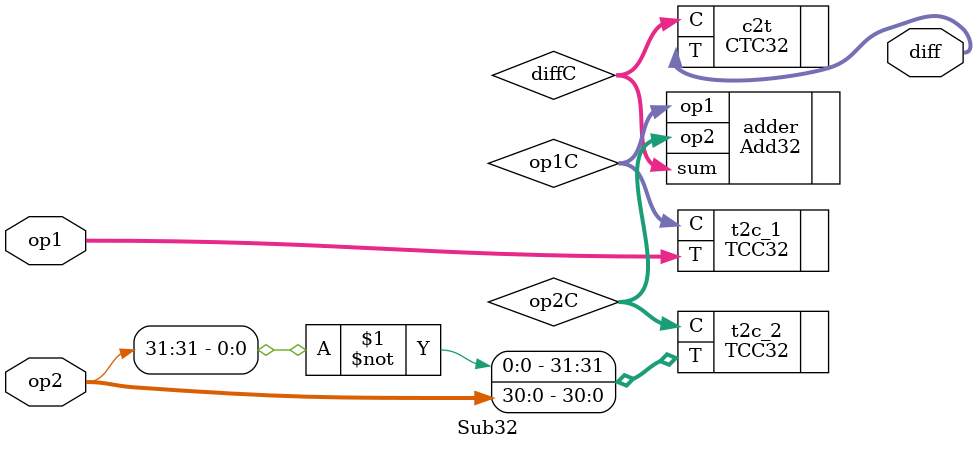
<source format=v>
`ifndef SUB_32BIT_V
`define SUB_32BIT_V


module Sub32(
    input  wire [31:0] op1,
    input  wire [31:0] op2,
    output wire [31:0] diff
`ifdef SUB_DEBUG_ON
  , output wire [31:0] debug
`endif
);

    wire [31:0] op1C, op2C;
    TCC32 t2c_1(  /* Complement of op1 */ 
        .T(op1),
        .C(op1C)
    ),    t2c_2(  /* Complement of -op2 */ 
        .T({~op2[31], op2[30:0]}),
        .C(op2C)
    );

    wire [31:0] diffC;
    Add32 adder(  
        .op1(op1C), 
        .op2(op2C), 
        .sum(diffC)
    );

    CTC32 c2t(
        .C(diffC),
        .T(diff)
    );  /* Truth of result */ 

`ifdef SUB_DEBUG_ON
    assign debug = op1C;
`endif

endmodule

`endif 
</source>
